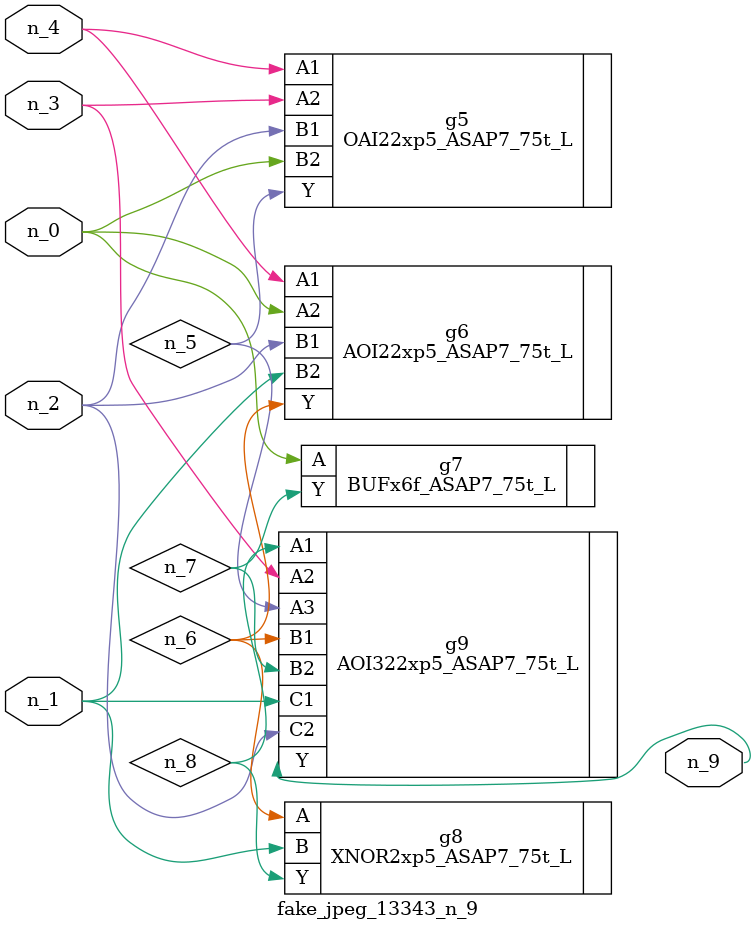
<source format=v>
module fake_jpeg_13343_n_9 (n_3, n_2, n_1, n_0, n_4, n_9);

input n_3;
input n_2;
input n_1;
input n_0;
input n_4;

output n_9;

wire n_8;
wire n_6;
wire n_5;
wire n_7;

OAI22xp5_ASAP7_75t_L g5 ( 
.A1(n_4),
.A2(n_3),
.B1(n_2),
.B2(n_0),
.Y(n_5)
);

AOI22xp5_ASAP7_75t_L g6 ( 
.A1(n_4),
.A2(n_0),
.B1(n_2),
.B2(n_1),
.Y(n_6)
);

BUFx6f_ASAP7_75t_L g7 ( 
.A(n_0),
.Y(n_7)
);

XNOR2xp5_ASAP7_75t_L g8 ( 
.A(n_6),
.B(n_1),
.Y(n_8)
);

AOI322xp5_ASAP7_75t_L g9 ( 
.A1(n_8),
.A2(n_3),
.A3(n_5),
.B1(n_6),
.B2(n_7),
.C1(n_1),
.C2(n_2),
.Y(n_9)
);


endmodule
</source>
